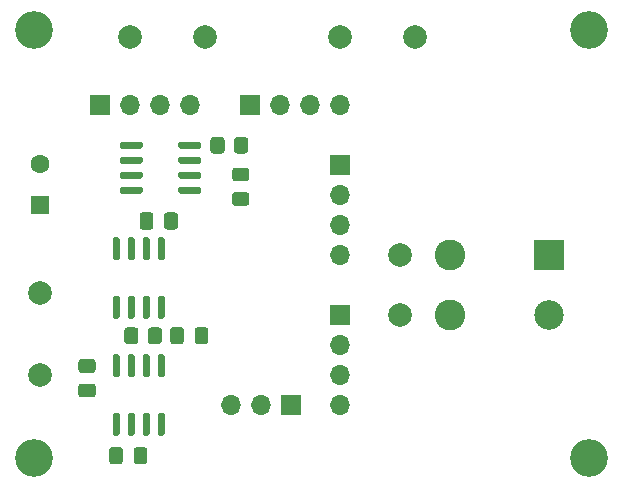
<source format=gbr>
G04 #@! TF.GenerationSoftware,KiCad,Pcbnew,(5.1.10-0-10_14)*
G04 #@! TF.CreationDate,2021-08-04T19:55:55+02:00*
G04 #@! TF.ProjectId,quasimodo,71756173-696d-46f6-946f-2e6b69636164,rev?*
G04 #@! TF.SameCoordinates,Original*
G04 #@! TF.FileFunction,Soldermask,Top*
G04 #@! TF.FilePolarity,Negative*
%FSLAX46Y46*%
G04 Gerber Fmt 4.6, Leading zero omitted, Abs format (unit mm)*
G04 Created by KiCad (PCBNEW (5.1.10-0-10_14)) date 2021-08-04 19:55:55*
%MOMM*%
%LPD*%
G01*
G04 APERTURE LIST*
%ADD10C,2.500000*%
%ADD11R,2.500000X2.500000*%
%ADD12C,1.600000*%
%ADD13R,1.600000X1.600000*%
%ADD14O,1.700000X1.700000*%
%ADD15R,1.700000X1.700000*%
%ADD16C,2.000000*%
%ADD17C,2.600000*%
%ADD18C,3.200000*%
G04 APERTURE END LIST*
D10*
X162369500Y-106600000D03*
D11*
X162369500Y-101600000D03*
D12*
X119316500Y-93853000D03*
D13*
X119316500Y-97353000D03*
D14*
X144653000Y-114300000D03*
X144653000Y-111760000D03*
X144653000Y-109220000D03*
D15*
X144653000Y-106680000D03*
D14*
X144653000Y-101600000D03*
X144653000Y-99060000D03*
X144653000Y-96520000D03*
D15*
X144653000Y-93980000D03*
D14*
X144653000Y-88900000D03*
X142113000Y-88900000D03*
X139573000Y-88900000D03*
D15*
X137033000Y-88900000D03*
D14*
X131953000Y-88900000D03*
X129413000Y-88900000D03*
X126873000Y-88900000D03*
D15*
X124333000Y-88900000D03*
D16*
X133223000Y-83121500D03*
X126873000Y-83121500D03*
G36*
G01*
X129390000Y-114909500D02*
X129690000Y-114909500D01*
G75*
G02*
X129840000Y-115059500I0J-150000D01*
G01*
X129840000Y-116709500D01*
G75*
G02*
X129690000Y-116859500I-150000J0D01*
G01*
X129390000Y-116859500D01*
G75*
G02*
X129240000Y-116709500I0J150000D01*
G01*
X129240000Y-115059500D01*
G75*
G02*
X129390000Y-114909500I150000J0D01*
G01*
G37*
G36*
G01*
X128120000Y-114909500D02*
X128420000Y-114909500D01*
G75*
G02*
X128570000Y-115059500I0J-150000D01*
G01*
X128570000Y-116709500D01*
G75*
G02*
X128420000Y-116859500I-150000J0D01*
G01*
X128120000Y-116859500D01*
G75*
G02*
X127970000Y-116709500I0J150000D01*
G01*
X127970000Y-115059500D01*
G75*
G02*
X128120000Y-114909500I150000J0D01*
G01*
G37*
G36*
G01*
X126850000Y-114909500D02*
X127150000Y-114909500D01*
G75*
G02*
X127300000Y-115059500I0J-150000D01*
G01*
X127300000Y-116709500D01*
G75*
G02*
X127150000Y-116859500I-150000J0D01*
G01*
X126850000Y-116859500D01*
G75*
G02*
X126700000Y-116709500I0J150000D01*
G01*
X126700000Y-115059500D01*
G75*
G02*
X126850000Y-114909500I150000J0D01*
G01*
G37*
G36*
G01*
X125580000Y-114909500D02*
X125880000Y-114909500D01*
G75*
G02*
X126030000Y-115059500I0J-150000D01*
G01*
X126030000Y-116709500D01*
G75*
G02*
X125880000Y-116859500I-150000J0D01*
G01*
X125580000Y-116859500D01*
G75*
G02*
X125430000Y-116709500I0J150000D01*
G01*
X125430000Y-115059500D01*
G75*
G02*
X125580000Y-114909500I150000J0D01*
G01*
G37*
G36*
G01*
X125580000Y-109959500D02*
X125880000Y-109959500D01*
G75*
G02*
X126030000Y-110109500I0J-150000D01*
G01*
X126030000Y-111759500D01*
G75*
G02*
X125880000Y-111909500I-150000J0D01*
G01*
X125580000Y-111909500D01*
G75*
G02*
X125430000Y-111759500I0J150000D01*
G01*
X125430000Y-110109500D01*
G75*
G02*
X125580000Y-109959500I150000J0D01*
G01*
G37*
G36*
G01*
X126850000Y-109959500D02*
X127150000Y-109959500D01*
G75*
G02*
X127300000Y-110109500I0J-150000D01*
G01*
X127300000Y-111759500D01*
G75*
G02*
X127150000Y-111909500I-150000J0D01*
G01*
X126850000Y-111909500D01*
G75*
G02*
X126700000Y-111759500I0J150000D01*
G01*
X126700000Y-110109500D01*
G75*
G02*
X126850000Y-109959500I150000J0D01*
G01*
G37*
G36*
G01*
X128120000Y-109959500D02*
X128420000Y-109959500D01*
G75*
G02*
X128570000Y-110109500I0J-150000D01*
G01*
X128570000Y-111759500D01*
G75*
G02*
X128420000Y-111909500I-150000J0D01*
G01*
X128120000Y-111909500D01*
G75*
G02*
X127970000Y-111759500I0J150000D01*
G01*
X127970000Y-110109500D01*
G75*
G02*
X128120000Y-109959500I150000J0D01*
G01*
G37*
G36*
G01*
X129390000Y-109959500D02*
X129690000Y-109959500D01*
G75*
G02*
X129840000Y-110109500I0J-150000D01*
G01*
X129840000Y-111759500D01*
G75*
G02*
X129690000Y-111909500I-150000J0D01*
G01*
X129390000Y-111909500D01*
G75*
G02*
X129240000Y-111759500I0J150000D01*
G01*
X129240000Y-110109500D01*
G75*
G02*
X129390000Y-109959500I150000J0D01*
G01*
G37*
G36*
G01*
X125880000Y-102003500D02*
X125580000Y-102003500D01*
G75*
G02*
X125430000Y-101853500I0J150000D01*
G01*
X125430000Y-100203500D01*
G75*
G02*
X125580000Y-100053500I150000J0D01*
G01*
X125880000Y-100053500D01*
G75*
G02*
X126030000Y-100203500I0J-150000D01*
G01*
X126030000Y-101853500D01*
G75*
G02*
X125880000Y-102003500I-150000J0D01*
G01*
G37*
G36*
G01*
X127150000Y-102003500D02*
X126850000Y-102003500D01*
G75*
G02*
X126700000Y-101853500I0J150000D01*
G01*
X126700000Y-100203500D01*
G75*
G02*
X126850000Y-100053500I150000J0D01*
G01*
X127150000Y-100053500D01*
G75*
G02*
X127300000Y-100203500I0J-150000D01*
G01*
X127300000Y-101853500D01*
G75*
G02*
X127150000Y-102003500I-150000J0D01*
G01*
G37*
G36*
G01*
X128420000Y-102003500D02*
X128120000Y-102003500D01*
G75*
G02*
X127970000Y-101853500I0J150000D01*
G01*
X127970000Y-100203500D01*
G75*
G02*
X128120000Y-100053500I150000J0D01*
G01*
X128420000Y-100053500D01*
G75*
G02*
X128570000Y-100203500I0J-150000D01*
G01*
X128570000Y-101853500D01*
G75*
G02*
X128420000Y-102003500I-150000J0D01*
G01*
G37*
G36*
G01*
X129690000Y-102003500D02*
X129390000Y-102003500D01*
G75*
G02*
X129240000Y-101853500I0J150000D01*
G01*
X129240000Y-100203500D01*
G75*
G02*
X129390000Y-100053500I150000J0D01*
G01*
X129690000Y-100053500D01*
G75*
G02*
X129840000Y-100203500I0J-150000D01*
G01*
X129840000Y-101853500D01*
G75*
G02*
X129690000Y-102003500I-150000J0D01*
G01*
G37*
G36*
G01*
X129690000Y-106953500D02*
X129390000Y-106953500D01*
G75*
G02*
X129240000Y-106803500I0J150000D01*
G01*
X129240000Y-105153500D01*
G75*
G02*
X129390000Y-105003500I150000J0D01*
G01*
X129690000Y-105003500D01*
G75*
G02*
X129840000Y-105153500I0J-150000D01*
G01*
X129840000Y-106803500D01*
G75*
G02*
X129690000Y-106953500I-150000J0D01*
G01*
G37*
G36*
G01*
X128420000Y-106953500D02*
X128120000Y-106953500D01*
G75*
G02*
X127970000Y-106803500I0J150000D01*
G01*
X127970000Y-105153500D01*
G75*
G02*
X128120000Y-105003500I150000J0D01*
G01*
X128420000Y-105003500D01*
G75*
G02*
X128570000Y-105153500I0J-150000D01*
G01*
X128570000Y-106803500D01*
G75*
G02*
X128420000Y-106953500I-150000J0D01*
G01*
G37*
G36*
G01*
X127150000Y-106953500D02*
X126850000Y-106953500D01*
G75*
G02*
X126700000Y-106803500I0J150000D01*
G01*
X126700000Y-105153500D01*
G75*
G02*
X126850000Y-105003500I150000J0D01*
G01*
X127150000Y-105003500D01*
G75*
G02*
X127300000Y-105153500I0J-150000D01*
G01*
X127300000Y-106803500D01*
G75*
G02*
X127150000Y-106953500I-150000J0D01*
G01*
G37*
G36*
G01*
X125880000Y-106953500D02*
X125580000Y-106953500D01*
G75*
G02*
X125430000Y-106803500I0J150000D01*
G01*
X125430000Y-105153500D01*
G75*
G02*
X125580000Y-105003500I150000J0D01*
G01*
X125880000Y-105003500D01*
G75*
G02*
X126030000Y-105153500I0J-150000D01*
G01*
X126030000Y-106803500D01*
G75*
G02*
X125880000Y-106953500I-150000J0D01*
G01*
G37*
G36*
G01*
X134902500Y-91815499D02*
X134902500Y-92715501D01*
G75*
G02*
X134652501Y-92965500I-249999J0D01*
G01*
X133952499Y-92965500D01*
G75*
G02*
X133702500Y-92715501I0J249999D01*
G01*
X133702500Y-91815499D01*
G75*
G02*
X133952499Y-91565500I249999J0D01*
G01*
X134652501Y-91565500D01*
G75*
G02*
X134902500Y-91815499I0J-249999D01*
G01*
G37*
G36*
G01*
X136902500Y-91815499D02*
X136902500Y-92715501D01*
G75*
G02*
X136652501Y-92965500I-249999J0D01*
G01*
X135952499Y-92965500D01*
G75*
G02*
X135702500Y-92715501I0J249999D01*
G01*
X135702500Y-91815499D01*
G75*
G02*
X135952499Y-91565500I249999J0D01*
G01*
X136652501Y-91565500D01*
G75*
G02*
X136902500Y-91815499I0J-249999D01*
G01*
G37*
G36*
G01*
X128400000Y-108844501D02*
X128400000Y-107944499D01*
G75*
G02*
X128649999Y-107694500I249999J0D01*
G01*
X129350001Y-107694500D01*
G75*
G02*
X129600000Y-107944499I0J-249999D01*
G01*
X129600000Y-108844501D01*
G75*
G02*
X129350001Y-109094500I-249999J0D01*
G01*
X128649999Y-109094500D01*
G75*
G02*
X128400000Y-108844501I0J249999D01*
G01*
G37*
G36*
G01*
X126400000Y-108844501D02*
X126400000Y-107944499D01*
G75*
G02*
X126649999Y-107694500I249999J0D01*
G01*
X127350001Y-107694500D01*
G75*
G02*
X127600000Y-107944499I0J-249999D01*
G01*
X127600000Y-108844501D01*
G75*
G02*
X127350001Y-109094500I-249999J0D01*
G01*
X126649999Y-109094500D01*
G75*
G02*
X126400000Y-108844501I0J249999D01*
G01*
G37*
G36*
G01*
X130978000Y-92402800D02*
X130978000Y-92102800D01*
G75*
G02*
X131128000Y-91952800I150000J0D01*
G01*
X132778000Y-91952800D01*
G75*
G02*
X132928000Y-92102800I0J-150000D01*
G01*
X132928000Y-92402800D01*
G75*
G02*
X132778000Y-92552800I-150000J0D01*
G01*
X131128000Y-92552800D01*
G75*
G02*
X130978000Y-92402800I0J150000D01*
G01*
G37*
G36*
G01*
X130978000Y-93672800D02*
X130978000Y-93372800D01*
G75*
G02*
X131128000Y-93222800I150000J0D01*
G01*
X132778000Y-93222800D01*
G75*
G02*
X132928000Y-93372800I0J-150000D01*
G01*
X132928000Y-93672800D01*
G75*
G02*
X132778000Y-93822800I-150000J0D01*
G01*
X131128000Y-93822800D01*
G75*
G02*
X130978000Y-93672800I0J150000D01*
G01*
G37*
G36*
G01*
X130978000Y-94942800D02*
X130978000Y-94642800D01*
G75*
G02*
X131128000Y-94492800I150000J0D01*
G01*
X132778000Y-94492800D01*
G75*
G02*
X132928000Y-94642800I0J-150000D01*
G01*
X132928000Y-94942800D01*
G75*
G02*
X132778000Y-95092800I-150000J0D01*
G01*
X131128000Y-95092800D01*
G75*
G02*
X130978000Y-94942800I0J150000D01*
G01*
G37*
G36*
G01*
X130978000Y-96212800D02*
X130978000Y-95912800D01*
G75*
G02*
X131128000Y-95762800I150000J0D01*
G01*
X132778000Y-95762800D01*
G75*
G02*
X132928000Y-95912800I0J-150000D01*
G01*
X132928000Y-96212800D01*
G75*
G02*
X132778000Y-96362800I-150000J0D01*
G01*
X131128000Y-96362800D01*
G75*
G02*
X130978000Y-96212800I0J150000D01*
G01*
G37*
G36*
G01*
X126028000Y-96212800D02*
X126028000Y-95912800D01*
G75*
G02*
X126178000Y-95762800I150000J0D01*
G01*
X127828000Y-95762800D01*
G75*
G02*
X127978000Y-95912800I0J-150000D01*
G01*
X127978000Y-96212800D01*
G75*
G02*
X127828000Y-96362800I-150000J0D01*
G01*
X126178000Y-96362800D01*
G75*
G02*
X126028000Y-96212800I0J150000D01*
G01*
G37*
G36*
G01*
X126028000Y-94942800D02*
X126028000Y-94642800D01*
G75*
G02*
X126178000Y-94492800I150000J0D01*
G01*
X127828000Y-94492800D01*
G75*
G02*
X127978000Y-94642800I0J-150000D01*
G01*
X127978000Y-94942800D01*
G75*
G02*
X127828000Y-95092800I-150000J0D01*
G01*
X126178000Y-95092800D01*
G75*
G02*
X126028000Y-94942800I0J150000D01*
G01*
G37*
G36*
G01*
X126028000Y-93672800D02*
X126028000Y-93372800D01*
G75*
G02*
X126178000Y-93222800I150000J0D01*
G01*
X127828000Y-93222800D01*
G75*
G02*
X127978000Y-93372800I0J-150000D01*
G01*
X127978000Y-93672800D01*
G75*
G02*
X127828000Y-93822800I-150000J0D01*
G01*
X126178000Y-93822800D01*
G75*
G02*
X126028000Y-93672800I0J150000D01*
G01*
G37*
G36*
G01*
X126028000Y-92402800D02*
X126028000Y-92102800D01*
G75*
G02*
X126178000Y-91952800I150000J0D01*
G01*
X127828000Y-91952800D01*
G75*
G02*
X127978000Y-92102800I0J-150000D01*
G01*
X127978000Y-92402800D01*
G75*
G02*
X127828000Y-92552800I-150000J0D01*
G01*
X126178000Y-92552800D01*
G75*
G02*
X126028000Y-92402800I0J150000D01*
G01*
G37*
D17*
X153987500Y-106680000D03*
X153987500Y-101600000D03*
D16*
X149796500Y-106680000D03*
X149796500Y-101600000D03*
X151003000Y-83121500D03*
X144653000Y-83121500D03*
D14*
X135445500Y-114300000D03*
X137985500Y-114300000D03*
D15*
X140525500Y-114300000D03*
D16*
X119253000Y-111696500D03*
X119253000Y-104775000D03*
D18*
X118745000Y-118745000D03*
X165735000Y-118745000D03*
X165735000Y-82550000D03*
X118745000Y-82550000D03*
G36*
G01*
X135796000Y-96229500D02*
X136746000Y-96229500D01*
G75*
G02*
X136996000Y-96479500I0J-250000D01*
G01*
X136996000Y-97154500D01*
G75*
G02*
X136746000Y-97404500I-250000J0D01*
G01*
X135796000Y-97404500D01*
G75*
G02*
X135546000Y-97154500I0J250000D01*
G01*
X135546000Y-96479500D01*
G75*
G02*
X135796000Y-96229500I250000J0D01*
G01*
G37*
G36*
G01*
X135796000Y-94154500D02*
X136746000Y-94154500D01*
G75*
G02*
X136996000Y-94404500I0J-250000D01*
G01*
X136996000Y-95079500D01*
G75*
G02*
X136746000Y-95329500I-250000J0D01*
G01*
X135796000Y-95329500D01*
G75*
G02*
X135546000Y-95079500I0J250000D01*
G01*
X135546000Y-94404500D01*
G75*
G02*
X135796000Y-94154500I250000J0D01*
G01*
G37*
G36*
G01*
X129778000Y-99154000D02*
X129778000Y-98204000D01*
G75*
G02*
X130028000Y-97954000I250000J0D01*
G01*
X130703000Y-97954000D01*
G75*
G02*
X130953000Y-98204000I0J-250000D01*
G01*
X130953000Y-99154000D01*
G75*
G02*
X130703000Y-99404000I-250000J0D01*
G01*
X130028000Y-99404000D01*
G75*
G02*
X129778000Y-99154000I0J250000D01*
G01*
G37*
G36*
G01*
X127703000Y-99154000D02*
X127703000Y-98204000D01*
G75*
G02*
X127953000Y-97954000I250000J0D01*
G01*
X128628000Y-97954000D01*
G75*
G02*
X128878000Y-98204000I0J-250000D01*
G01*
X128878000Y-99154000D01*
G75*
G02*
X128628000Y-99404000I-250000J0D01*
G01*
X127953000Y-99404000D01*
G75*
G02*
X127703000Y-99154000I0J250000D01*
G01*
G37*
G36*
G01*
X132361000Y-108869500D02*
X132361000Y-107919500D01*
G75*
G02*
X132611000Y-107669500I250000J0D01*
G01*
X133286000Y-107669500D01*
G75*
G02*
X133536000Y-107919500I0J-250000D01*
G01*
X133536000Y-108869500D01*
G75*
G02*
X133286000Y-109119500I-250000J0D01*
G01*
X132611000Y-109119500D01*
G75*
G02*
X132361000Y-108869500I0J250000D01*
G01*
G37*
G36*
G01*
X130286000Y-108869500D02*
X130286000Y-107919500D01*
G75*
G02*
X130536000Y-107669500I250000J0D01*
G01*
X131211000Y-107669500D01*
G75*
G02*
X131461000Y-107919500I0J-250000D01*
G01*
X131461000Y-108869500D01*
G75*
G02*
X131211000Y-109119500I-250000J0D01*
G01*
X130536000Y-109119500D01*
G75*
G02*
X130286000Y-108869500I0J250000D01*
G01*
G37*
G36*
G01*
X122778500Y-112442500D02*
X123728500Y-112442500D01*
G75*
G02*
X123978500Y-112692500I0J-250000D01*
G01*
X123978500Y-113367500D01*
G75*
G02*
X123728500Y-113617500I-250000J0D01*
G01*
X122778500Y-113617500D01*
G75*
G02*
X122528500Y-113367500I0J250000D01*
G01*
X122528500Y-112692500D01*
G75*
G02*
X122778500Y-112442500I250000J0D01*
G01*
G37*
G36*
G01*
X122778500Y-110367500D02*
X123728500Y-110367500D01*
G75*
G02*
X123978500Y-110617500I0J-250000D01*
G01*
X123978500Y-111292500D01*
G75*
G02*
X123728500Y-111542500I-250000J0D01*
G01*
X122778500Y-111542500D01*
G75*
G02*
X122528500Y-111292500I0J250000D01*
G01*
X122528500Y-110617500D01*
G75*
G02*
X122778500Y-110367500I250000J0D01*
G01*
G37*
G36*
G01*
X127196000Y-119029500D02*
X127196000Y-118079500D01*
G75*
G02*
X127446000Y-117829500I250000J0D01*
G01*
X128121000Y-117829500D01*
G75*
G02*
X128371000Y-118079500I0J-250000D01*
G01*
X128371000Y-119029500D01*
G75*
G02*
X128121000Y-119279500I-250000J0D01*
G01*
X127446000Y-119279500D01*
G75*
G02*
X127196000Y-119029500I0J250000D01*
G01*
G37*
G36*
G01*
X125121000Y-119029500D02*
X125121000Y-118079500D01*
G75*
G02*
X125371000Y-117829500I250000J0D01*
G01*
X126046000Y-117829500D01*
G75*
G02*
X126296000Y-118079500I0J-250000D01*
G01*
X126296000Y-119029500D01*
G75*
G02*
X126046000Y-119279500I-250000J0D01*
G01*
X125371000Y-119279500D01*
G75*
G02*
X125121000Y-119029500I0J250000D01*
G01*
G37*
M02*

</source>
